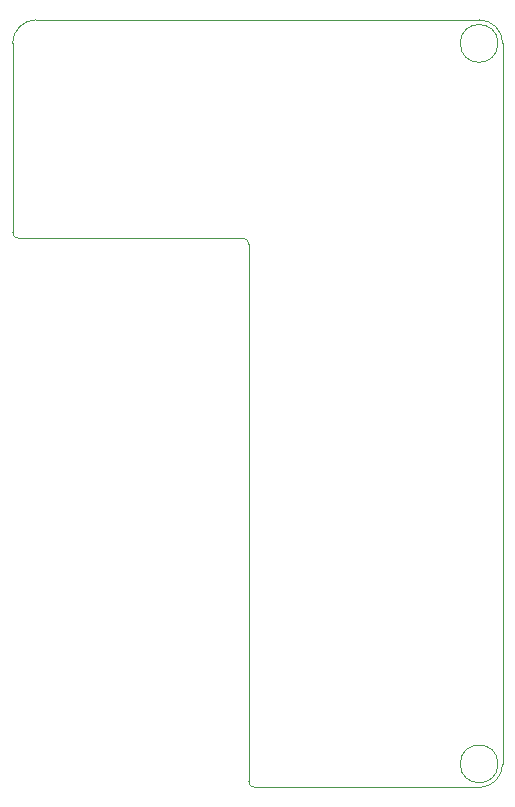
<source format=gbr>
%TF.GenerationSoftware,KiCad,Pcbnew,9.0.2*%
%TF.CreationDate,2025-06-02T02:46:58+09:00*%
%TF.ProjectId,catch25-servo,63617463-6832-4352-9d73-6572766f2e6b,rev?*%
%TF.SameCoordinates,Original*%
%TF.FileFunction,Profile,NP*%
%FSLAX46Y46*%
G04 Gerber Fmt 4.6, Leading zero omitted, Abs format (unit mm)*
G04 Created by KiCad (PCBNEW 9.0.2) date 2025-06-02 02:46:58*
%MOMM*%
%LPD*%
G01*
G04 APERTURE LIST*
%TA.AperFunction,Profile*%
%ADD10C,0.050000*%
%TD*%
G04 APERTURE END LIST*
D10*
X-400000Y2000000D02*
G75*
G02*
X-3600000Y2000000I-1600000J0D01*
G01*
X-3600000Y2000000D02*
G75*
G02*
X-400000Y2000000I1600000J0D01*
G01*
X-22000000Y46500000D02*
G75*
G02*
X-21500000Y46000000I0J-500000D01*
G01*
X-22000000Y46500000D02*
X-41000000Y46500000D01*
X0Y2000000D02*
G75*
G02*
X-2000000Y0I-2000000J0D01*
G01*
X-2000000Y65000000D02*
G75*
G02*
X0Y63000000I0J-2000000D01*
G01*
X0Y63000000D02*
X0Y2000000D01*
X-41500000Y47000000D02*
X-41500000Y63000000D01*
X-2000000Y0D02*
X-21000000Y0D01*
X-39500000Y65000000D02*
X-2000000Y65000000D01*
X-21500000Y500000D02*
X-21500000Y46000000D01*
X-21000000Y0D02*
G75*
G02*
X-21500000Y500000I0J500000D01*
G01*
X-400000Y63000000D02*
G75*
G02*
X-3600000Y63000000I-1600000J0D01*
G01*
X-3600000Y63000000D02*
G75*
G02*
X-400000Y63000000I1600000J0D01*
G01*
X-41500000Y63000000D02*
G75*
G02*
X-39500000Y65000000I2000000J0D01*
G01*
X-41000000Y46500000D02*
G75*
G02*
X-41500000Y47000000I0J500000D01*
G01*
M02*

</source>
